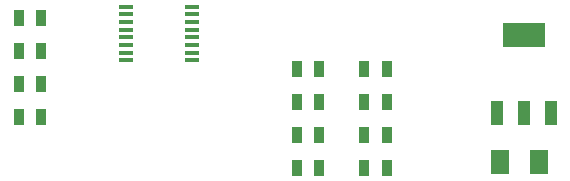
<source format=gtp>
G04 (created by PCBNEW (2012-nov-02)-testing) date Wed 19 Jun 2013 11:23:47 AM CDT*
%MOIN*%
G04 Gerber Fmt 3.4, Leading zero omitted, Abs format*
%FSLAX34Y34*%
G01*
G70*
G90*
G04 APERTURE LIST*
%ADD10C,0.006*%
%ADD11R,0.05X0.015*%
%ADD12R,0.144X0.08*%
%ADD13R,0.04X0.08*%
%ADD14R,0.06X0.08*%
%ADD15R,0.035X0.055*%
G04 APERTURE END LIST*
G54D10*
G54D11*
X82752Y-50846D03*
X82752Y-50590D03*
X82752Y-50334D03*
X82752Y-50078D03*
X82752Y-49822D03*
X82752Y-49566D03*
X82752Y-49310D03*
X82752Y-49054D03*
X80548Y-49054D03*
X80548Y-49310D03*
X80548Y-49566D03*
X80548Y-49822D03*
X80548Y-50078D03*
X80548Y-50334D03*
X80548Y-50590D03*
X80548Y-50846D03*
G54D12*
X93800Y-50000D03*
G54D13*
X93800Y-52600D03*
X94700Y-52600D03*
X92900Y-52600D03*
G54D14*
X94300Y-54220D03*
X93000Y-54220D03*
G54D15*
X86985Y-54450D03*
X86235Y-54450D03*
X86985Y-53350D03*
X86235Y-53350D03*
X86985Y-52250D03*
X86235Y-52250D03*
X89235Y-54450D03*
X88485Y-54450D03*
X89235Y-53350D03*
X88485Y-53350D03*
X89235Y-52250D03*
X88485Y-52250D03*
X76975Y-50550D03*
X77725Y-50550D03*
X76975Y-49450D03*
X77725Y-49450D03*
X77725Y-51650D03*
X76975Y-51650D03*
X77725Y-52750D03*
X76975Y-52750D03*
X86985Y-51150D03*
X86235Y-51150D03*
X89235Y-51150D03*
X88485Y-51150D03*
M02*

</source>
